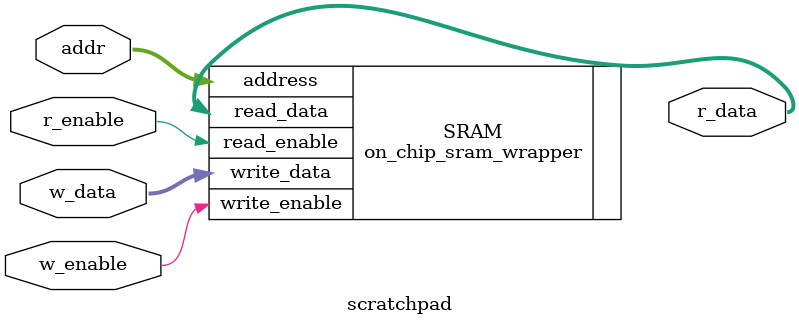
<source format=sv>

module scratchpad (
    input wire r_enable,
    input wire w_enable,
    input wire[16:0] addr,
    input wire[1023:0] w_data,
    output wire[1023:0] r_data
);

    on_chip_sram_wrapper #(
        .W_ADDR_SIZE_BITS(17),
        .W_WORD_SIZE_BYTES(1),
        .W_DATA_SIZE_WORDS(128)
    )

    SRAM (
        .read_enable(r_enable),
        .write_enable(w_enable),
        .address(addr),
        .write_data(w_data),
        .read_data(r_data)
    );

endmodule
</source>
